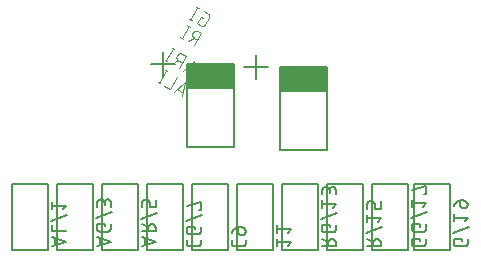
<source format=gbo>
G04 EAGLE Gerber RS-274X export*
G75*
%MOMM*%
%FSLAX34Y34*%
%LPD*%
%INBottom Silkscreen*%
%IPPOS*%
%AMOC8*
5,1,8,0,0,1.08239X$1,22.5*%
G01*
%ADD10C,0.152400*%
%ADD11C,0.127000*%
%ADD12C,0.101600*%
%ADD13R,4.000000X2.000000*%


D10*
X0Y43180D02*
X30480Y43180D01*
X30480Y-12700D01*
X0Y-12700D01*
X0Y43180D01*
D11*
X33655Y-9525D02*
X45085Y-5715D01*
X33655Y-1905D01*
X36513Y-2858D02*
X36513Y-8573D01*
X33655Y2946D02*
X45085Y2946D01*
X33655Y2946D02*
X33655Y8026D01*
X32385Y11938D02*
X46355Y17018D01*
X42545Y21590D02*
X45085Y24765D01*
X33655Y24765D01*
X33655Y21590D02*
X33655Y27940D01*
D10*
X38100Y43180D02*
X68580Y43180D01*
X68580Y-12700D01*
X38100Y-12700D01*
X38100Y43180D01*
D11*
X71755Y-9525D02*
X83185Y-5715D01*
X71755Y-1905D01*
X74613Y-2858D02*
X74613Y-8573D01*
X78105Y7366D02*
X78105Y9271D01*
X71755Y9271D01*
X71755Y5461D01*
X71757Y5361D01*
X71763Y5262D01*
X71773Y5162D01*
X71786Y5064D01*
X71804Y4965D01*
X71825Y4868D01*
X71850Y4772D01*
X71879Y4676D01*
X71912Y4582D01*
X71948Y4489D01*
X71988Y4398D01*
X72032Y4308D01*
X72079Y4220D01*
X72129Y4134D01*
X72183Y4050D01*
X72240Y3968D01*
X72300Y3889D01*
X72364Y3811D01*
X72430Y3737D01*
X72499Y3665D01*
X72571Y3596D01*
X72645Y3530D01*
X72723Y3466D01*
X72802Y3406D01*
X72884Y3349D01*
X72968Y3295D01*
X73054Y3245D01*
X73142Y3198D01*
X73232Y3154D01*
X73323Y3114D01*
X73416Y3078D01*
X73510Y3045D01*
X73606Y3016D01*
X73702Y2991D01*
X73799Y2970D01*
X73898Y2952D01*
X73996Y2939D01*
X74096Y2929D01*
X74195Y2923D01*
X74295Y2921D01*
X80645Y2921D01*
X80745Y2923D01*
X80844Y2929D01*
X80944Y2939D01*
X81042Y2952D01*
X81141Y2970D01*
X81238Y2991D01*
X81334Y3016D01*
X81430Y3045D01*
X81524Y3078D01*
X81617Y3114D01*
X81708Y3154D01*
X81798Y3198D01*
X81886Y3245D01*
X81972Y3295D01*
X82056Y3349D01*
X82138Y3406D01*
X82217Y3466D01*
X82295Y3530D01*
X82369Y3596D01*
X82441Y3665D01*
X82510Y3737D01*
X82576Y3811D01*
X82640Y3889D01*
X82700Y3968D01*
X82757Y4050D01*
X82811Y4134D01*
X82861Y4220D01*
X82908Y4308D01*
X82952Y4398D01*
X82992Y4489D01*
X83028Y4582D01*
X83061Y4676D01*
X83090Y4772D01*
X83115Y4868D01*
X83136Y4965D01*
X83154Y5064D01*
X83167Y5162D01*
X83177Y5262D01*
X83183Y5361D01*
X83185Y5461D01*
X83185Y9271D01*
X84455Y19304D02*
X70485Y14224D01*
X71755Y23876D02*
X71755Y27051D01*
X71757Y27162D01*
X71763Y27272D01*
X71772Y27383D01*
X71786Y27493D01*
X71803Y27602D01*
X71824Y27711D01*
X71849Y27819D01*
X71878Y27926D01*
X71910Y28032D01*
X71946Y28137D01*
X71986Y28240D01*
X72029Y28342D01*
X72076Y28443D01*
X72127Y28542D01*
X72180Y28638D01*
X72237Y28733D01*
X72298Y28826D01*
X72361Y28917D01*
X72428Y29006D01*
X72498Y29092D01*
X72571Y29175D01*
X72646Y29257D01*
X72724Y29335D01*
X72806Y29410D01*
X72889Y29483D01*
X72975Y29553D01*
X73064Y29620D01*
X73155Y29683D01*
X73248Y29744D01*
X73343Y29801D01*
X73439Y29854D01*
X73538Y29905D01*
X73639Y29952D01*
X73741Y29995D01*
X73844Y30035D01*
X73949Y30071D01*
X74055Y30103D01*
X74162Y30132D01*
X74270Y30157D01*
X74379Y30178D01*
X74488Y30195D01*
X74598Y30209D01*
X74709Y30218D01*
X74819Y30224D01*
X74930Y30226D01*
X75041Y30224D01*
X75151Y30218D01*
X75262Y30209D01*
X75372Y30195D01*
X75481Y30178D01*
X75590Y30157D01*
X75698Y30132D01*
X75805Y30103D01*
X75911Y30071D01*
X76016Y30035D01*
X76119Y29995D01*
X76221Y29952D01*
X76322Y29905D01*
X76421Y29854D01*
X76518Y29801D01*
X76612Y29744D01*
X76705Y29683D01*
X76796Y29620D01*
X76885Y29553D01*
X76971Y29483D01*
X77054Y29410D01*
X77136Y29335D01*
X77214Y29257D01*
X77289Y29175D01*
X77362Y29092D01*
X77432Y29006D01*
X77499Y28917D01*
X77562Y28826D01*
X77623Y28733D01*
X77680Y28639D01*
X77733Y28542D01*
X77784Y28443D01*
X77831Y28342D01*
X77874Y28240D01*
X77914Y28137D01*
X77950Y28032D01*
X77982Y27926D01*
X78011Y27819D01*
X78036Y27711D01*
X78057Y27602D01*
X78074Y27493D01*
X78088Y27383D01*
X78097Y27272D01*
X78103Y27162D01*
X78105Y27051D01*
X83185Y27686D02*
X83185Y23876D01*
X83185Y27686D02*
X83183Y27786D01*
X83177Y27885D01*
X83167Y27985D01*
X83154Y28083D01*
X83136Y28182D01*
X83115Y28279D01*
X83090Y28375D01*
X83061Y28471D01*
X83028Y28565D01*
X82992Y28658D01*
X82952Y28749D01*
X82908Y28839D01*
X82861Y28927D01*
X82811Y29013D01*
X82757Y29097D01*
X82700Y29179D01*
X82640Y29258D01*
X82576Y29336D01*
X82510Y29410D01*
X82441Y29482D01*
X82369Y29551D01*
X82295Y29617D01*
X82217Y29681D01*
X82138Y29741D01*
X82056Y29798D01*
X81972Y29852D01*
X81886Y29902D01*
X81798Y29949D01*
X81708Y29993D01*
X81617Y30033D01*
X81524Y30069D01*
X81430Y30102D01*
X81334Y30131D01*
X81238Y30156D01*
X81141Y30177D01*
X81042Y30195D01*
X80944Y30208D01*
X80844Y30218D01*
X80745Y30224D01*
X80645Y30226D01*
X80545Y30224D01*
X80446Y30218D01*
X80346Y30208D01*
X80248Y30195D01*
X80149Y30177D01*
X80052Y30156D01*
X79956Y30131D01*
X79860Y30102D01*
X79766Y30069D01*
X79673Y30033D01*
X79582Y29993D01*
X79492Y29949D01*
X79404Y29902D01*
X79318Y29852D01*
X79234Y29798D01*
X79152Y29741D01*
X79073Y29681D01*
X78995Y29617D01*
X78921Y29551D01*
X78849Y29482D01*
X78780Y29410D01*
X78714Y29336D01*
X78650Y29258D01*
X78590Y29179D01*
X78533Y29097D01*
X78479Y29013D01*
X78429Y28927D01*
X78382Y28839D01*
X78338Y28749D01*
X78298Y28658D01*
X78262Y28565D01*
X78229Y28471D01*
X78200Y28375D01*
X78175Y28279D01*
X78154Y28182D01*
X78136Y28083D01*
X78123Y27985D01*
X78113Y27885D01*
X78107Y27786D01*
X78105Y27686D01*
X78105Y25146D01*
D10*
X76200Y43180D02*
X106680Y43180D01*
X106680Y-12700D01*
X76200Y-12700D01*
X76200Y43180D01*
D11*
X109855Y-9525D02*
X121285Y-5715D01*
X109855Y-1905D01*
X112713Y-2858D02*
X112713Y-8573D01*
X109855Y3004D02*
X121285Y3004D01*
X121285Y6179D01*
X121283Y6290D01*
X121277Y6400D01*
X121268Y6511D01*
X121254Y6621D01*
X121237Y6730D01*
X121216Y6839D01*
X121191Y6947D01*
X121162Y7054D01*
X121130Y7160D01*
X121094Y7265D01*
X121054Y7368D01*
X121011Y7470D01*
X120964Y7571D01*
X120913Y7670D01*
X120860Y7767D01*
X120803Y7861D01*
X120742Y7954D01*
X120679Y8045D01*
X120612Y8134D01*
X120542Y8220D01*
X120469Y8303D01*
X120394Y8385D01*
X120316Y8463D01*
X120234Y8538D01*
X120151Y8611D01*
X120065Y8681D01*
X119976Y8748D01*
X119885Y8811D01*
X119792Y8872D01*
X119698Y8929D01*
X119601Y8982D01*
X119502Y9033D01*
X119401Y9080D01*
X119299Y9123D01*
X119196Y9163D01*
X119091Y9199D01*
X118985Y9231D01*
X118878Y9260D01*
X118770Y9285D01*
X118661Y9306D01*
X118552Y9323D01*
X118442Y9337D01*
X118331Y9346D01*
X118221Y9352D01*
X118110Y9354D01*
X117999Y9352D01*
X117889Y9346D01*
X117778Y9337D01*
X117668Y9323D01*
X117559Y9306D01*
X117450Y9285D01*
X117342Y9260D01*
X117235Y9231D01*
X117129Y9199D01*
X117024Y9163D01*
X116921Y9123D01*
X116819Y9080D01*
X116718Y9033D01*
X116619Y8982D01*
X116523Y8929D01*
X116428Y8872D01*
X116335Y8811D01*
X116244Y8748D01*
X116155Y8681D01*
X116069Y8611D01*
X115986Y8538D01*
X115904Y8463D01*
X115826Y8385D01*
X115751Y8303D01*
X115678Y8220D01*
X115608Y8134D01*
X115541Y8045D01*
X115478Y7954D01*
X115417Y7861D01*
X115360Y7766D01*
X115307Y7670D01*
X115256Y7571D01*
X115209Y7470D01*
X115166Y7368D01*
X115126Y7265D01*
X115090Y7160D01*
X115058Y7054D01*
X115029Y6947D01*
X115004Y6839D01*
X114983Y6730D01*
X114966Y6621D01*
X114952Y6511D01*
X114943Y6400D01*
X114937Y6290D01*
X114935Y6179D01*
X114935Y3004D01*
X114935Y6814D02*
X109855Y9354D01*
X108585Y13843D02*
X122555Y18923D01*
X109855Y23495D02*
X109855Y27305D01*
X109857Y27405D01*
X109863Y27504D01*
X109873Y27604D01*
X109886Y27702D01*
X109904Y27801D01*
X109925Y27898D01*
X109950Y27994D01*
X109979Y28090D01*
X110012Y28184D01*
X110048Y28277D01*
X110088Y28368D01*
X110132Y28458D01*
X110179Y28546D01*
X110229Y28632D01*
X110283Y28716D01*
X110340Y28798D01*
X110400Y28877D01*
X110464Y28955D01*
X110530Y29029D01*
X110599Y29101D01*
X110671Y29170D01*
X110745Y29236D01*
X110823Y29300D01*
X110902Y29360D01*
X110984Y29417D01*
X111068Y29471D01*
X111154Y29521D01*
X111242Y29568D01*
X111332Y29612D01*
X111423Y29652D01*
X111516Y29688D01*
X111610Y29721D01*
X111706Y29750D01*
X111802Y29775D01*
X111899Y29796D01*
X111998Y29814D01*
X112096Y29827D01*
X112196Y29837D01*
X112295Y29843D01*
X112395Y29845D01*
X113665Y29845D01*
X113765Y29843D01*
X113864Y29837D01*
X113964Y29827D01*
X114062Y29814D01*
X114161Y29796D01*
X114258Y29775D01*
X114354Y29750D01*
X114450Y29721D01*
X114544Y29688D01*
X114637Y29652D01*
X114728Y29612D01*
X114818Y29568D01*
X114906Y29521D01*
X114992Y29471D01*
X115076Y29417D01*
X115158Y29360D01*
X115237Y29300D01*
X115315Y29236D01*
X115389Y29170D01*
X115461Y29101D01*
X115530Y29029D01*
X115596Y28955D01*
X115660Y28877D01*
X115720Y28798D01*
X115777Y28716D01*
X115831Y28632D01*
X115881Y28546D01*
X115928Y28458D01*
X115972Y28368D01*
X116012Y28277D01*
X116048Y28184D01*
X116081Y28090D01*
X116110Y27994D01*
X116135Y27898D01*
X116156Y27801D01*
X116174Y27702D01*
X116187Y27604D01*
X116197Y27504D01*
X116203Y27405D01*
X116205Y27305D01*
X116205Y23495D01*
X121285Y23495D01*
X121285Y29845D01*
D10*
X114300Y43180D02*
X144780Y43180D01*
X144780Y-12700D01*
X114300Y-12700D01*
X114300Y43180D01*
D11*
X147955Y-4445D02*
X147955Y-6985D01*
X147957Y-7085D01*
X147963Y-7184D01*
X147973Y-7284D01*
X147986Y-7382D01*
X148004Y-7481D01*
X148025Y-7578D01*
X148050Y-7674D01*
X148079Y-7770D01*
X148112Y-7864D01*
X148148Y-7957D01*
X148188Y-8048D01*
X148232Y-8138D01*
X148279Y-8226D01*
X148329Y-8312D01*
X148383Y-8396D01*
X148440Y-8478D01*
X148500Y-8557D01*
X148564Y-8635D01*
X148630Y-8709D01*
X148699Y-8781D01*
X148771Y-8850D01*
X148845Y-8916D01*
X148923Y-8980D01*
X149002Y-9040D01*
X149084Y-9097D01*
X149168Y-9151D01*
X149254Y-9201D01*
X149342Y-9248D01*
X149432Y-9292D01*
X149523Y-9332D01*
X149616Y-9368D01*
X149710Y-9401D01*
X149806Y-9430D01*
X149902Y-9455D01*
X149999Y-9476D01*
X150098Y-9494D01*
X150196Y-9507D01*
X150296Y-9517D01*
X150395Y-9523D01*
X150495Y-9525D01*
X156845Y-9525D01*
X156945Y-9523D01*
X157044Y-9517D01*
X157144Y-9507D01*
X157242Y-9494D01*
X157341Y-9476D01*
X157438Y-9455D01*
X157534Y-9430D01*
X157630Y-9401D01*
X157724Y-9368D01*
X157817Y-9332D01*
X157908Y-9292D01*
X157998Y-9248D01*
X158086Y-9201D01*
X158172Y-9151D01*
X158256Y-9097D01*
X158338Y-9040D01*
X158417Y-8980D01*
X158495Y-8916D01*
X158569Y-8850D01*
X158641Y-8781D01*
X158710Y-8709D01*
X158776Y-8635D01*
X158840Y-8557D01*
X158900Y-8478D01*
X158957Y-8396D01*
X159011Y-8312D01*
X159061Y-8226D01*
X159108Y-8138D01*
X159152Y-8048D01*
X159192Y-7957D01*
X159228Y-7864D01*
X159261Y-7770D01*
X159290Y-7674D01*
X159315Y-7578D01*
X159336Y-7481D01*
X159354Y-7382D01*
X159367Y-7284D01*
X159377Y-7184D01*
X159383Y-7085D01*
X159385Y-6985D01*
X159385Y-4445D01*
X154305Y4863D02*
X154305Y6768D01*
X147955Y6768D01*
X147955Y2958D01*
X147957Y2858D01*
X147963Y2759D01*
X147973Y2659D01*
X147986Y2561D01*
X148004Y2462D01*
X148025Y2365D01*
X148050Y2269D01*
X148079Y2173D01*
X148112Y2079D01*
X148148Y1986D01*
X148188Y1895D01*
X148232Y1805D01*
X148279Y1717D01*
X148329Y1631D01*
X148383Y1547D01*
X148440Y1465D01*
X148500Y1386D01*
X148564Y1308D01*
X148630Y1234D01*
X148699Y1162D01*
X148771Y1093D01*
X148845Y1027D01*
X148923Y963D01*
X149002Y903D01*
X149084Y846D01*
X149168Y792D01*
X149254Y742D01*
X149342Y695D01*
X149432Y651D01*
X149523Y611D01*
X149616Y575D01*
X149710Y542D01*
X149806Y513D01*
X149902Y488D01*
X149999Y467D01*
X150098Y449D01*
X150196Y436D01*
X150296Y426D01*
X150395Y420D01*
X150495Y418D01*
X156845Y418D01*
X156945Y420D01*
X157044Y426D01*
X157144Y436D01*
X157242Y449D01*
X157341Y467D01*
X157438Y488D01*
X157534Y513D01*
X157630Y542D01*
X157724Y575D01*
X157817Y611D01*
X157908Y651D01*
X157998Y695D01*
X158086Y742D01*
X158172Y792D01*
X158256Y846D01*
X158338Y903D01*
X158417Y963D01*
X158495Y1027D01*
X158569Y1093D01*
X158641Y1162D01*
X158710Y1234D01*
X158776Y1308D01*
X158840Y1386D01*
X158900Y1465D01*
X158957Y1547D01*
X159011Y1631D01*
X159061Y1717D01*
X159108Y1805D01*
X159152Y1895D01*
X159192Y1986D01*
X159228Y2079D01*
X159261Y2173D01*
X159290Y2269D01*
X159315Y2365D01*
X159336Y2462D01*
X159354Y2561D01*
X159367Y2659D01*
X159377Y2759D01*
X159383Y2858D01*
X159385Y2958D01*
X159385Y6768D01*
X160655Y16801D02*
X146685Y11721D01*
X158115Y21373D02*
X159385Y21373D01*
X159385Y27723D01*
X147955Y24548D01*
D10*
X152400Y43180D02*
X182880Y43180D01*
X182880Y-12700D01*
X152400Y-12700D01*
X152400Y43180D01*
D11*
X186055Y-4445D02*
X186055Y-6985D01*
X186057Y-7085D01*
X186063Y-7184D01*
X186073Y-7284D01*
X186086Y-7382D01*
X186104Y-7481D01*
X186125Y-7578D01*
X186150Y-7674D01*
X186179Y-7770D01*
X186212Y-7864D01*
X186248Y-7957D01*
X186288Y-8048D01*
X186332Y-8138D01*
X186379Y-8226D01*
X186429Y-8312D01*
X186483Y-8396D01*
X186540Y-8478D01*
X186600Y-8557D01*
X186664Y-8635D01*
X186730Y-8709D01*
X186799Y-8781D01*
X186871Y-8850D01*
X186945Y-8916D01*
X187023Y-8980D01*
X187102Y-9040D01*
X187184Y-9097D01*
X187268Y-9151D01*
X187354Y-9201D01*
X187442Y-9248D01*
X187532Y-9292D01*
X187623Y-9332D01*
X187716Y-9368D01*
X187810Y-9401D01*
X187906Y-9430D01*
X188002Y-9455D01*
X188099Y-9476D01*
X188198Y-9494D01*
X188296Y-9507D01*
X188396Y-9517D01*
X188495Y-9523D01*
X188595Y-9525D01*
X194945Y-9525D01*
X195045Y-9523D01*
X195144Y-9517D01*
X195244Y-9507D01*
X195342Y-9494D01*
X195441Y-9476D01*
X195538Y-9455D01*
X195634Y-9430D01*
X195730Y-9401D01*
X195824Y-9368D01*
X195917Y-9332D01*
X196008Y-9292D01*
X196098Y-9248D01*
X196186Y-9201D01*
X196272Y-9151D01*
X196356Y-9097D01*
X196438Y-9040D01*
X196517Y-8980D01*
X196595Y-8916D01*
X196669Y-8850D01*
X196741Y-8781D01*
X196810Y-8709D01*
X196876Y-8635D01*
X196940Y-8557D01*
X197000Y-8478D01*
X197057Y-8396D01*
X197111Y-8312D01*
X197161Y-8226D01*
X197208Y-8138D01*
X197252Y-8048D01*
X197292Y-7957D01*
X197328Y-7864D01*
X197361Y-7770D01*
X197390Y-7674D01*
X197415Y-7578D01*
X197436Y-7481D01*
X197454Y-7382D01*
X197467Y-7284D01*
X197477Y-7184D01*
X197483Y-7085D01*
X197485Y-6985D01*
X197485Y-4445D01*
X191135Y2577D02*
X191135Y6387D01*
X191135Y2577D02*
X191137Y2477D01*
X191143Y2378D01*
X191153Y2278D01*
X191166Y2180D01*
X191184Y2081D01*
X191205Y1984D01*
X191230Y1888D01*
X191259Y1792D01*
X191292Y1698D01*
X191328Y1605D01*
X191368Y1514D01*
X191412Y1424D01*
X191459Y1336D01*
X191509Y1250D01*
X191563Y1166D01*
X191620Y1084D01*
X191680Y1005D01*
X191744Y927D01*
X191810Y853D01*
X191879Y781D01*
X191951Y712D01*
X192025Y646D01*
X192103Y582D01*
X192182Y522D01*
X192264Y465D01*
X192348Y411D01*
X192434Y361D01*
X192522Y314D01*
X192612Y270D01*
X192703Y230D01*
X192796Y194D01*
X192890Y161D01*
X192986Y132D01*
X193082Y107D01*
X193179Y86D01*
X193278Y68D01*
X193376Y55D01*
X193476Y45D01*
X193575Y39D01*
X193675Y37D01*
X194310Y37D01*
X194421Y39D01*
X194531Y45D01*
X194642Y54D01*
X194752Y68D01*
X194861Y85D01*
X194970Y106D01*
X195078Y131D01*
X195185Y160D01*
X195291Y192D01*
X195396Y228D01*
X195499Y268D01*
X195601Y311D01*
X195702Y358D01*
X195801Y409D01*
X195897Y462D01*
X195992Y519D01*
X196085Y580D01*
X196176Y643D01*
X196265Y710D01*
X196351Y780D01*
X196434Y853D01*
X196516Y928D01*
X196594Y1006D01*
X196669Y1088D01*
X196742Y1171D01*
X196812Y1257D01*
X196879Y1346D01*
X196942Y1437D01*
X197003Y1530D01*
X197060Y1624D01*
X197113Y1721D01*
X197164Y1820D01*
X197211Y1921D01*
X197254Y2023D01*
X197294Y2126D01*
X197330Y2231D01*
X197362Y2337D01*
X197391Y2444D01*
X197416Y2552D01*
X197437Y2661D01*
X197454Y2770D01*
X197468Y2880D01*
X197477Y2991D01*
X197483Y3101D01*
X197485Y3212D01*
X197483Y3323D01*
X197477Y3433D01*
X197468Y3544D01*
X197454Y3654D01*
X197437Y3763D01*
X197416Y3872D01*
X197391Y3980D01*
X197362Y4087D01*
X197330Y4193D01*
X197294Y4298D01*
X197254Y4401D01*
X197211Y4503D01*
X197164Y4604D01*
X197113Y4703D01*
X197060Y4799D01*
X197003Y4894D01*
X196942Y4987D01*
X196879Y5078D01*
X196812Y5167D01*
X196742Y5253D01*
X196669Y5336D01*
X196594Y5418D01*
X196516Y5496D01*
X196434Y5571D01*
X196351Y5644D01*
X196265Y5714D01*
X196176Y5781D01*
X196085Y5844D01*
X195992Y5905D01*
X195898Y5962D01*
X195801Y6015D01*
X195702Y6066D01*
X195601Y6113D01*
X195499Y6156D01*
X195396Y6196D01*
X195291Y6232D01*
X195185Y6264D01*
X195078Y6293D01*
X194970Y6318D01*
X194861Y6339D01*
X194752Y6356D01*
X194642Y6370D01*
X194531Y6379D01*
X194421Y6385D01*
X194310Y6387D01*
X191135Y6387D01*
X190995Y6385D01*
X190855Y6379D01*
X190715Y6370D01*
X190576Y6356D01*
X190437Y6339D01*
X190299Y6318D01*
X190161Y6293D01*
X190024Y6264D01*
X189888Y6232D01*
X189753Y6195D01*
X189619Y6155D01*
X189486Y6112D01*
X189354Y6064D01*
X189223Y6014D01*
X189094Y5959D01*
X188967Y5901D01*
X188841Y5840D01*
X188717Y5775D01*
X188595Y5706D01*
X188475Y5635D01*
X188357Y5560D01*
X188240Y5482D01*
X188126Y5400D01*
X188015Y5316D01*
X187906Y5228D01*
X187799Y5138D01*
X187694Y5044D01*
X187593Y4948D01*
X187494Y4849D01*
X187398Y4748D01*
X187304Y4643D01*
X187214Y4536D01*
X187126Y4427D01*
X187042Y4316D01*
X186960Y4202D01*
X186882Y4085D01*
X186807Y3967D01*
X186736Y3847D01*
X186667Y3725D01*
X186602Y3601D01*
X186541Y3475D01*
X186483Y3348D01*
X186428Y3219D01*
X186378Y3088D01*
X186330Y2956D01*
X186287Y2823D01*
X186247Y2689D01*
X186210Y2554D01*
X186178Y2418D01*
X186149Y2281D01*
X186124Y2143D01*
X186103Y2005D01*
X186086Y1866D01*
X186072Y1727D01*
X186063Y1587D01*
X186057Y1447D01*
X186055Y1307D01*
D10*
X190500Y43180D02*
X220980Y43180D01*
X220980Y-12700D01*
X190500Y-12700D01*
X190500Y43180D01*
D11*
X235585Y-6350D02*
X233045Y-9525D01*
X235585Y-6350D02*
X224155Y-6350D01*
X224155Y-9525D02*
X224155Y-3175D01*
X233045Y1905D02*
X235585Y5080D01*
X224155Y5080D01*
X224155Y1905D02*
X224155Y8255D01*
D10*
X228600Y43180D02*
X259080Y43180D01*
X259080Y-12700D01*
X228600Y-12700D01*
X228600Y43180D01*
D11*
X262255Y-9525D02*
X273685Y-9525D01*
X273685Y-6350D01*
X273683Y-6239D01*
X273677Y-6129D01*
X273668Y-6018D01*
X273654Y-5908D01*
X273637Y-5799D01*
X273616Y-5690D01*
X273591Y-5582D01*
X273562Y-5475D01*
X273530Y-5369D01*
X273494Y-5264D01*
X273454Y-5161D01*
X273411Y-5059D01*
X273364Y-4958D01*
X273313Y-4859D01*
X273260Y-4763D01*
X273203Y-4668D01*
X273142Y-4575D01*
X273079Y-4484D01*
X273012Y-4395D01*
X272942Y-4309D01*
X272869Y-4226D01*
X272794Y-4144D01*
X272716Y-4066D01*
X272634Y-3991D01*
X272551Y-3918D01*
X272465Y-3848D01*
X272376Y-3781D01*
X272285Y-3718D01*
X272192Y-3657D01*
X272098Y-3600D01*
X272001Y-3547D01*
X271902Y-3496D01*
X271801Y-3449D01*
X271699Y-3406D01*
X271596Y-3366D01*
X271491Y-3330D01*
X271385Y-3298D01*
X271278Y-3269D01*
X271170Y-3244D01*
X271061Y-3223D01*
X270952Y-3206D01*
X270842Y-3192D01*
X270731Y-3183D01*
X270621Y-3177D01*
X270510Y-3175D01*
X270399Y-3177D01*
X270289Y-3183D01*
X270178Y-3192D01*
X270068Y-3206D01*
X269959Y-3223D01*
X269850Y-3244D01*
X269742Y-3269D01*
X269635Y-3298D01*
X269529Y-3330D01*
X269424Y-3366D01*
X269321Y-3406D01*
X269219Y-3449D01*
X269118Y-3496D01*
X269019Y-3547D01*
X268923Y-3600D01*
X268828Y-3657D01*
X268735Y-3718D01*
X268644Y-3781D01*
X268555Y-3848D01*
X268469Y-3918D01*
X268386Y-3991D01*
X268304Y-4066D01*
X268226Y-4144D01*
X268151Y-4226D01*
X268078Y-4309D01*
X268008Y-4395D01*
X267941Y-4484D01*
X267878Y-4575D01*
X267817Y-4668D01*
X267760Y-4763D01*
X267707Y-4859D01*
X267656Y-4958D01*
X267609Y-5059D01*
X267566Y-5161D01*
X267526Y-5264D01*
X267490Y-5369D01*
X267458Y-5475D01*
X267429Y-5582D01*
X267404Y-5690D01*
X267383Y-5799D01*
X267366Y-5908D01*
X267352Y-6018D01*
X267343Y-6129D01*
X267337Y-6239D01*
X267335Y-6350D01*
X267335Y-9525D01*
X267335Y-5715D02*
X262255Y-3175D01*
X268605Y6648D02*
X268605Y8553D01*
X262255Y8553D01*
X262255Y4743D01*
X262257Y4643D01*
X262263Y4544D01*
X262273Y4444D01*
X262286Y4346D01*
X262304Y4247D01*
X262325Y4150D01*
X262350Y4054D01*
X262379Y3958D01*
X262412Y3864D01*
X262448Y3771D01*
X262488Y3680D01*
X262532Y3590D01*
X262579Y3502D01*
X262629Y3416D01*
X262683Y3332D01*
X262740Y3250D01*
X262800Y3171D01*
X262864Y3093D01*
X262930Y3019D01*
X262999Y2947D01*
X263071Y2878D01*
X263145Y2812D01*
X263223Y2748D01*
X263302Y2688D01*
X263384Y2631D01*
X263468Y2577D01*
X263554Y2527D01*
X263642Y2480D01*
X263732Y2436D01*
X263823Y2396D01*
X263916Y2360D01*
X264010Y2327D01*
X264106Y2298D01*
X264202Y2273D01*
X264299Y2252D01*
X264398Y2234D01*
X264496Y2221D01*
X264596Y2211D01*
X264695Y2205D01*
X264795Y2203D01*
X271145Y2203D01*
X271245Y2205D01*
X271344Y2211D01*
X271444Y2221D01*
X271542Y2234D01*
X271641Y2252D01*
X271738Y2273D01*
X271834Y2298D01*
X271930Y2327D01*
X272024Y2360D01*
X272117Y2396D01*
X272208Y2436D01*
X272298Y2480D01*
X272386Y2527D01*
X272472Y2577D01*
X272556Y2631D01*
X272638Y2688D01*
X272717Y2748D01*
X272795Y2812D01*
X272869Y2878D01*
X272941Y2947D01*
X273010Y3019D01*
X273076Y3093D01*
X273140Y3171D01*
X273200Y3250D01*
X273257Y3332D01*
X273311Y3416D01*
X273361Y3502D01*
X273408Y3590D01*
X273452Y3680D01*
X273492Y3771D01*
X273528Y3864D01*
X273561Y3958D01*
X273590Y4054D01*
X273615Y4150D01*
X273636Y4247D01*
X273654Y4346D01*
X273667Y4444D01*
X273677Y4544D01*
X273683Y4643D01*
X273685Y4743D01*
X273685Y8553D01*
X274955Y18586D02*
X260985Y13506D01*
X271145Y23158D02*
X273685Y26333D01*
X262255Y26333D01*
X262255Y23158D02*
X262255Y29508D01*
X262255Y34588D02*
X262255Y37763D01*
X262257Y37874D01*
X262263Y37984D01*
X262272Y38095D01*
X262286Y38205D01*
X262303Y38314D01*
X262324Y38423D01*
X262349Y38531D01*
X262378Y38638D01*
X262410Y38744D01*
X262446Y38849D01*
X262486Y38952D01*
X262529Y39054D01*
X262576Y39155D01*
X262627Y39254D01*
X262680Y39350D01*
X262737Y39445D01*
X262798Y39538D01*
X262861Y39629D01*
X262928Y39718D01*
X262998Y39804D01*
X263071Y39887D01*
X263146Y39969D01*
X263224Y40047D01*
X263306Y40122D01*
X263389Y40195D01*
X263475Y40265D01*
X263564Y40332D01*
X263655Y40395D01*
X263748Y40456D01*
X263843Y40513D01*
X263939Y40566D01*
X264038Y40617D01*
X264139Y40664D01*
X264241Y40707D01*
X264344Y40747D01*
X264449Y40783D01*
X264555Y40815D01*
X264662Y40844D01*
X264770Y40869D01*
X264879Y40890D01*
X264988Y40907D01*
X265098Y40921D01*
X265209Y40930D01*
X265319Y40936D01*
X265430Y40938D01*
X265541Y40936D01*
X265651Y40930D01*
X265762Y40921D01*
X265872Y40907D01*
X265981Y40890D01*
X266090Y40869D01*
X266198Y40844D01*
X266305Y40815D01*
X266411Y40783D01*
X266516Y40747D01*
X266619Y40707D01*
X266721Y40664D01*
X266822Y40617D01*
X266921Y40566D01*
X267018Y40513D01*
X267112Y40456D01*
X267205Y40395D01*
X267296Y40332D01*
X267385Y40265D01*
X267471Y40195D01*
X267554Y40122D01*
X267636Y40047D01*
X267714Y39969D01*
X267789Y39887D01*
X267862Y39804D01*
X267932Y39718D01*
X267999Y39629D01*
X268062Y39538D01*
X268123Y39445D01*
X268180Y39351D01*
X268233Y39254D01*
X268284Y39155D01*
X268331Y39054D01*
X268374Y38952D01*
X268414Y38849D01*
X268450Y38744D01*
X268482Y38638D01*
X268511Y38531D01*
X268536Y38423D01*
X268557Y38314D01*
X268574Y38205D01*
X268588Y38095D01*
X268597Y37984D01*
X268603Y37874D01*
X268605Y37763D01*
X273685Y38398D02*
X273685Y34588D01*
X273685Y38398D02*
X273683Y38498D01*
X273677Y38597D01*
X273667Y38697D01*
X273654Y38795D01*
X273636Y38894D01*
X273615Y38991D01*
X273590Y39087D01*
X273561Y39183D01*
X273528Y39277D01*
X273492Y39370D01*
X273452Y39461D01*
X273408Y39551D01*
X273361Y39639D01*
X273311Y39725D01*
X273257Y39809D01*
X273200Y39891D01*
X273140Y39970D01*
X273076Y40048D01*
X273010Y40122D01*
X272941Y40194D01*
X272869Y40263D01*
X272795Y40329D01*
X272717Y40393D01*
X272638Y40453D01*
X272556Y40510D01*
X272472Y40564D01*
X272386Y40614D01*
X272298Y40661D01*
X272208Y40705D01*
X272117Y40745D01*
X272024Y40781D01*
X271930Y40814D01*
X271834Y40843D01*
X271738Y40868D01*
X271641Y40889D01*
X271542Y40907D01*
X271444Y40920D01*
X271344Y40930D01*
X271245Y40936D01*
X271145Y40938D01*
X271045Y40936D01*
X270946Y40930D01*
X270846Y40920D01*
X270748Y40907D01*
X270649Y40889D01*
X270552Y40868D01*
X270456Y40843D01*
X270360Y40814D01*
X270266Y40781D01*
X270173Y40745D01*
X270082Y40705D01*
X269992Y40661D01*
X269904Y40614D01*
X269818Y40564D01*
X269734Y40510D01*
X269652Y40453D01*
X269573Y40393D01*
X269495Y40329D01*
X269421Y40263D01*
X269349Y40194D01*
X269280Y40122D01*
X269214Y40048D01*
X269150Y39970D01*
X269090Y39891D01*
X269033Y39809D01*
X268979Y39725D01*
X268929Y39639D01*
X268882Y39551D01*
X268838Y39461D01*
X268798Y39370D01*
X268762Y39277D01*
X268729Y39183D01*
X268700Y39087D01*
X268675Y38991D01*
X268654Y38894D01*
X268636Y38795D01*
X268623Y38697D01*
X268613Y38597D01*
X268607Y38498D01*
X268605Y38398D01*
X268605Y35858D01*
D10*
X266700Y43180D02*
X297180Y43180D01*
X297180Y-12700D01*
X266700Y-12700D01*
X266700Y43180D01*
D11*
X300355Y-9525D02*
X311785Y-9525D01*
X311785Y-6350D01*
X311783Y-6239D01*
X311777Y-6129D01*
X311768Y-6018D01*
X311754Y-5908D01*
X311737Y-5799D01*
X311716Y-5690D01*
X311691Y-5582D01*
X311662Y-5475D01*
X311630Y-5369D01*
X311594Y-5264D01*
X311554Y-5161D01*
X311511Y-5059D01*
X311464Y-4958D01*
X311413Y-4859D01*
X311360Y-4763D01*
X311303Y-4668D01*
X311242Y-4575D01*
X311179Y-4484D01*
X311112Y-4395D01*
X311042Y-4309D01*
X310969Y-4226D01*
X310894Y-4144D01*
X310816Y-4066D01*
X310734Y-3991D01*
X310651Y-3918D01*
X310565Y-3848D01*
X310476Y-3781D01*
X310385Y-3718D01*
X310292Y-3657D01*
X310198Y-3600D01*
X310101Y-3547D01*
X310002Y-3496D01*
X309901Y-3449D01*
X309799Y-3406D01*
X309696Y-3366D01*
X309591Y-3330D01*
X309485Y-3298D01*
X309378Y-3269D01*
X309270Y-3244D01*
X309161Y-3223D01*
X309052Y-3206D01*
X308942Y-3192D01*
X308831Y-3183D01*
X308721Y-3177D01*
X308610Y-3175D01*
X308499Y-3177D01*
X308389Y-3183D01*
X308278Y-3192D01*
X308168Y-3206D01*
X308059Y-3223D01*
X307950Y-3244D01*
X307842Y-3269D01*
X307735Y-3298D01*
X307629Y-3330D01*
X307524Y-3366D01*
X307421Y-3406D01*
X307319Y-3449D01*
X307218Y-3496D01*
X307119Y-3547D01*
X307023Y-3600D01*
X306928Y-3657D01*
X306835Y-3718D01*
X306744Y-3781D01*
X306655Y-3848D01*
X306569Y-3918D01*
X306486Y-3991D01*
X306404Y-4066D01*
X306326Y-4144D01*
X306251Y-4226D01*
X306178Y-4309D01*
X306108Y-4395D01*
X306041Y-4484D01*
X305978Y-4575D01*
X305917Y-4668D01*
X305860Y-4763D01*
X305807Y-4859D01*
X305756Y-4958D01*
X305709Y-5059D01*
X305666Y-5161D01*
X305626Y-5264D01*
X305590Y-5369D01*
X305558Y-5475D01*
X305529Y-5582D01*
X305504Y-5690D01*
X305483Y-5799D01*
X305466Y-5908D01*
X305452Y-6018D01*
X305443Y-6129D01*
X305437Y-6239D01*
X305435Y-6350D01*
X305435Y-9525D01*
X305435Y-5715D02*
X300355Y-3175D01*
X299085Y1314D02*
X313055Y6394D01*
X309245Y10966D02*
X311785Y14141D01*
X300355Y14141D01*
X300355Y10966D02*
X300355Y17316D01*
X300355Y22396D02*
X300355Y26206D01*
X300357Y26306D01*
X300363Y26405D01*
X300373Y26505D01*
X300386Y26603D01*
X300404Y26702D01*
X300425Y26799D01*
X300450Y26895D01*
X300479Y26991D01*
X300512Y27085D01*
X300548Y27178D01*
X300588Y27269D01*
X300632Y27359D01*
X300679Y27447D01*
X300729Y27533D01*
X300783Y27617D01*
X300840Y27699D01*
X300900Y27778D01*
X300964Y27856D01*
X301030Y27930D01*
X301099Y28002D01*
X301171Y28071D01*
X301245Y28137D01*
X301323Y28201D01*
X301402Y28261D01*
X301484Y28318D01*
X301568Y28372D01*
X301654Y28422D01*
X301742Y28469D01*
X301832Y28513D01*
X301923Y28553D01*
X302016Y28589D01*
X302110Y28622D01*
X302206Y28651D01*
X302302Y28676D01*
X302399Y28697D01*
X302498Y28715D01*
X302596Y28728D01*
X302696Y28738D01*
X302795Y28744D01*
X302895Y28746D01*
X304165Y28746D01*
X304265Y28744D01*
X304364Y28738D01*
X304464Y28728D01*
X304562Y28715D01*
X304661Y28697D01*
X304758Y28676D01*
X304854Y28651D01*
X304950Y28622D01*
X305044Y28589D01*
X305137Y28553D01*
X305228Y28513D01*
X305318Y28469D01*
X305406Y28422D01*
X305492Y28372D01*
X305576Y28318D01*
X305658Y28261D01*
X305737Y28201D01*
X305815Y28137D01*
X305889Y28071D01*
X305961Y28002D01*
X306030Y27930D01*
X306096Y27856D01*
X306160Y27778D01*
X306220Y27699D01*
X306277Y27617D01*
X306331Y27533D01*
X306381Y27447D01*
X306428Y27359D01*
X306472Y27269D01*
X306512Y27178D01*
X306548Y27085D01*
X306581Y26991D01*
X306610Y26895D01*
X306635Y26799D01*
X306656Y26702D01*
X306674Y26603D01*
X306687Y26505D01*
X306697Y26405D01*
X306703Y26306D01*
X306705Y26206D01*
X306705Y22396D01*
X311785Y22396D01*
X311785Y28746D01*
D10*
X304800Y43180D02*
X335280Y43180D01*
X335280Y-12700D01*
X304800Y-12700D01*
X304800Y43180D01*
D11*
X344805Y-3175D02*
X344805Y-5080D01*
X344805Y-3175D02*
X338455Y-3175D01*
X338455Y-6985D01*
X338457Y-7085D01*
X338463Y-7184D01*
X338473Y-7284D01*
X338486Y-7382D01*
X338504Y-7481D01*
X338525Y-7578D01*
X338550Y-7674D01*
X338579Y-7770D01*
X338612Y-7864D01*
X338648Y-7957D01*
X338688Y-8048D01*
X338732Y-8138D01*
X338779Y-8226D01*
X338829Y-8312D01*
X338883Y-8396D01*
X338940Y-8478D01*
X339000Y-8557D01*
X339064Y-8635D01*
X339130Y-8709D01*
X339199Y-8781D01*
X339271Y-8850D01*
X339345Y-8916D01*
X339423Y-8980D01*
X339502Y-9040D01*
X339584Y-9097D01*
X339668Y-9151D01*
X339754Y-9201D01*
X339842Y-9248D01*
X339932Y-9292D01*
X340023Y-9332D01*
X340116Y-9368D01*
X340210Y-9401D01*
X340306Y-9430D01*
X340402Y-9455D01*
X340499Y-9476D01*
X340598Y-9494D01*
X340696Y-9507D01*
X340796Y-9517D01*
X340895Y-9523D01*
X340995Y-9525D01*
X347345Y-9525D01*
X347445Y-9523D01*
X347544Y-9517D01*
X347644Y-9507D01*
X347742Y-9494D01*
X347841Y-9476D01*
X347938Y-9455D01*
X348034Y-9430D01*
X348130Y-9401D01*
X348224Y-9368D01*
X348317Y-9332D01*
X348408Y-9292D01*
X348498Y-9248D01*
X348586Y-9201D01*
X348672Y-9151D01*
X348756Y-9097D01*
X348838Y-9040D01*
X348917Y-8980D01*
X348995Y-8916D01*
X349069Y-8850D01*
X349141Y-8781D01*
X349210Y-8709D01*
X349276Y-8635D01*
X349340Y-8557D01*
X349400Y-8478D01*
X349457Y-8396D01*
X349511Y-8312D01*
X349561Y-8226D01*
X349608Y-8138D01*
X349652Y-8048D01*
X349692Y-7957D01*
X349728Y-7864D01*
X349761Y-7770D01*
X349790Y-7674D01*
X349815Y-7578D01*
X349836Y-7481D01*
X349854Y-7382D01*
X349867Y-7284D01*
X349877Y-7184D01*
X349883Y-7085D01*
X349885Y-6985D01*
X349885Y-3175D01*
X344805Y7112D02*
X344805Y9017D01*
X338455Y9017D01*
X338455Y5207D01*
X338457Y5107D01*
X338463Y5008D01*
X338473Y4908D01*
X338486Y4810D01*
X338504Y4711D01*
X338525Y4614D01*
X338550Y4518D01*
X338579Y4422D01*
X338612Y4328D01*
X338648Y4235D01*
X338688Y4144D01*
X338732Y4054D01*
X338779Y3966D01*
X338829Y3880D01*
X338883Y3796D01*
X338940Y3714D01*
X339000Y3635D01*
X339064Y3557D01*
X339130Y3483D01*
X339199Y3411D01*
X339271Y3342D01*
X339345Y3276D01*
X339423Y3212D01*
X339502Y3152D01*
X339584Y3095D01*
X339668Y3041D01*
X339754Y2991D01*
X339842Y2944D01*
X339932Y2900D01*
X340023Y2860D01*
X340116Y2824D01*
X340210Y2791D01*
X340306Y2762D01*
X340402Y2737D01*
X340499Y2716D01*
X340598Y2698D01*
X340696Y2685D01*
X340796Y2675D01*
X340895Y2669D01*
X340995Y2667D01*
X347345Y2667D01*
X347445Y2669D01*
X347544Y2675D01*
X347644Y2685D01*
X347742Y2698D01*
X347841Y2716D01*
X347938Y2737D01*
X348034Y2762D01*
X348130Y2791D01*
X348224Y2824D01*
X348317Y2860D01*
X348408Y2900D01*
X348498Y2944D01*
X348586Y2991D01*
X348672Y3041D01*
X348756Y3095D01*
X348838Y3152D01*
X348917Y3212D01*
X348995Y3276D01*
X349069Y3342D01*
X349141Y3411D01*
X349210Y3483D01*
X349276Y3557D01*
X349340Y3635D01*
X349400Y3714D01*
X349457Y3796D01*
X349511Y3880D01*
X349561Y3966D01*
X349608Y4054D01*
X349652Y4144D01*
X349692Y4235D01*
X349728Y4328D01*
X349761Y4422D01*
X349790Y4518D01*
X349815Y4614D01*
X349836Y4711D01*
X349854Y4810D01*
X349867Y4908D01*
X349877Y5008D01*
X349883Y5107D01*
X349885Y5207D01*
X349885Y9017D01*
X351155Y19050D02*
X337185Y13970D01*
X347345Y23622D02*
X349885Y26797D01*
X338455Y26797D01*
X338455Y23622D02*
X338455Y29972D01*
X348615Y35052D02*
X349885Y35052D01*
X349885Y41402D01*
X338455Y38227D01*
D10*
X340360Y43180D02*
X370840Y43180D01*
X370840Y-12700D01*
X340360Y-12700D01*
X340360Y43180D01*
D11*
X380365Y-3175D02*
X380365Y-5080D01*
X380365Y-3175D02*
X374015Y-3175D01*
X374015Y-6985D01*
X374017Y-7085D01*
X374023Y-7184D01*
X374033Y-7284D01*
X374046Y-7382D01*
X374064Y-7481D01*
X374085Y-7578D01*
X374110Y-7674D01*
X374139Y-7770D01*
X374172Y-7864D01*
X374208Y-7957D01*
X374248Y-8048D01*
X374292Y-8138D01*
X374339Y-8226D01*
X374389Y-8312D01*
X374443Y-8396D01*
X374500Y-8478D01*
X374560Y-8557D01*
X374624Y-8635D01*
X374690Y-8709D01*
X374759Y-8781D01*
X374831Y-8850D01*
X374905Y-8916D01*
X374983Y-8980D01*
X375062Y-9040D01*
X375144Y-9097D01*
X375228Y-9151D01*
X375314Y-9201D01*
X375402Y-9248D01*
X375492Y-9292D01*
X375583Y-9332D01*
X375676Y-9368D01*
X375770Y-9401D01*
X375866Y-9430D01*
X375962Y-9455D01*
X376059Y-9476D01*
X376158Y-9494D01*
X376256Y-9507D01*
X376356Y-9517D01*
X376455Y-9523D01*
X376555Y-9525D01*
X382905Y-9525D01*
X383005Y-9523D01*
X383104Y-9517D01*
X383204Y-9507D01*
X383302Y-9494D01*
X383401Y-9476D01*
X383498Y-9455D01*
X383594Y-9430D01*
X383690Y-9401D01*
X383784Y-9368D01*
X383877Y-9332D01*
X383968Y-9292D01*
X384058Y-9248D01*
X384146Y-9201D01*
X384232Y-9151D01*
X384316Y-9097D01*
X384398Y-9040D01*
X384477Y-8980D01*
X384555Y-8916D01*
X384629Y-8850D01*
X384701Y-8781D01*
X384770Y-8709D01*
X384836Y-8635D01*
X384900Y-8557D01*
X384960Y-8478D01*
X385017Y-8396D01*
X385071Y-8312D01*
X385121Y-8226D01*
X385168Y-8138D01*
X385212Y-8048D01*
X385252Y-7957D01*
X385288Y-7864D01*
X385321Y-7770D01*
X385350Y-7674D01*
X385375Y-7578D01*
X385396Y-7481D01*
X385414Y-7382D01*
X385427Y-7284D01*
X385437Y-7184D01*
X385443Y-7085D01*
X385445Y-6985D01*
X385445Y-3175D01*
X386715Y6858D02*
X372745Y1778D01*
X382905Y11430D02*
X385445Y14605D01*
X374015Y14605D01*
X374015Y11430D02*
X374015Y17780D01*
X379095Y25400D02*
X379095Y29210D01*
X379095Y25400D02*
X379097Y25300D01*
X379103Y25201D01*
X379113Y25101D01*
X379126Y25003D01*
X379144Y24904D01*
X379165Y24807D01*
X379190Y24711D01*
X379219Y24615D01*
X379252Y24521D01*
X379288Y24428D01*
X379328Y24337D01*
X379372Y24247D01*
X379419Y24159D01*
X379469Y24073D01*
X379523Y23989D01*
X379580Y23907D01*
X379640Y23828D01*
X379704Y23750D01*
X379770Y23676D01*
X379839Y23604D01*
X379911Y23535D01*
X379985Y23469D01*
X380063Y23405D01*
X380142Y23345D01*
X380224Y23288D01*
X380308Y23234D01*
X380394Y23184D01*
X380482Y23137D01*
X380572Y23093D01*
X380663Y23053D01*
X380756Y23017D01*
X380850Y22984D01*
X380946Y22955D01*
X381042Y22930D01*
X381139Y22909D01*
X381238Y22891D01*
X381336Y22878D01*
X381436Y22868D01*
X381535Y22862D01*
X381635Y22860D01*
X382270Y22860D01*
X382381Y22862D01*
X382491Y22868D01*
X382602Y22877D01*
X382712Y22891D01*
X382821Y22908D01*
X382930Y22929D01*
X383038Y22954D01*
X383145Y22983D01*
X383251Y23015D01*
X383356Y23051D01*
X383459Y23091D01*
X383561Y23134D01*
X383662Y23181D01*
X383761Y23232D01*
X383858Y23285D01*
X383952Y23342D01*
X384045Y23403D01*
X384136Y23466D01*
X384225Y23533D01*
X384311Y23603D01*
X384394Y23676D01*
X384476Y23751D01*
X384554Y23829D01*
X384629Y23911D01*
X384702Y23994D01*
X384772Y24080D01*
X384839Y24169D01*
X384902Y24260D01*
X384963Y24353D01*
X385020Y24447D01*
X385073Y24544D01*
X385124Y24643D01*
X385171Y24744D01*
X385214Y24846D01*
X385254Y24949D01*
X385290Y25054D01*
X385322Y25160D01*
X385351Y25267D01*
X385376Y25375D01*
X385397Y25484D01*
X385414Y25593D01*
X385428Y25703D01*
X385437Y25814D01*
X385443Y25924D01*
X385445Y26035D01*
X385443Y26146D01*
X385437Y26256D01*
X385428Y26367D01*
X385414Y26477D01*
X385397Y26586D01*
X385376Y26695D01*
X385351Y26803D01*
X385322Y26910D01*
X385290Y27016D01*
X385254Y27121D01*
X385214Y27224D01*
X385171Y27326D01*
X385124Y27427D01*
X385073Y27526D01*
X385020Y27622D01*
X384963Y27717D01*
X384902Y27810D01*
X384839Y27901D01*
X384772Y27990D01*
X384702Y28076D01*
X384629Y28159D01*
X384554Y28241D01*
X384476Y28319D01*
X384394Y28394D01*
X384311Y28467D01*
X384225Y28537D01*
X384136Y28604D01*
X384045Y28667D01*
X383952Y28728D01*
X383858Y28785D01*
X383761Y28838D01*
X383662Y28889D01*
X383561Y28936D01*
X383459Y28979D01*
X383356Y29019D01*
X383251Y29055D01*
X383145Y29087D01*
X383038Y29116D01*
X382930Y29141D01*
X382821Y29162D01*
X382712Y29179D01*
X382602Y29193D01*
X382491Y29202D01*
X382381Y29208D01*
X382270Y29210D01*
X379095Y29210D01*
X378955Y29208D01*
X378815Y29202D01*
X378675Y29193D01*
X378536Y29179D01*
X378397Y29162D01*
X378259Y29141D01*
X378121Y29116D01*
X377984Y29087D01*
X377848Y29055D01*
X377713Y29018D01*
X377579Y28978D01*
X377446Y28935D01*
X377314Y28887D01*
X377183Y28837D01*
X377054Y28782D01*
X376927Y28724D01*
X376801Y28663D01*
X376677Y28598D01*
X376555Y28529D01*
X376435Y28458D01*
X376317Y28383D01*
X376200Y28305D01*
X376086Y28223D01*
X375975Y28139D01*
X375866Y28051D01*
X375759Y27961D01*
X375654Y27867D01*
X375553Y27771D01*
X375454Y27672D01*
X375358Y27571D01*
X375264Y27466D01*
X375174Y27359D01*
X375086Y27250D01*
X375002Y27139D01*
X374920Y27025D01*
X374842Y26908D01*
X374767Y26790D01*
X374696Y26670D01*
X374627Y26548D01*
X374562Y26424D01*
X374501Y26298D01*
X374443Y26171D01*
X374388Y26042D01*
X374338Y25911D01*
X374290Y25779D01*
X374247Y25646D01*
X374207Y25512D01*
X374170Y25377D01*
X374138Y25241D01*
X374109Y25104D01*
X374084Y24966D01*
X374063Y24828D01*
X374046Y24689D01*
X374032Y24550D01*
X374023Y24410D01*
X374017Y24270D01*
X374015Y24130D01*
D12*
X143979Y117542D02*
X146448Y129608D01*
X137233Y121437D01*
X139537Y123480D02*
X144596Y120559D01*
X133168Y123783D02*
X139010Y133902D01*
X133168Y123783D02*
X128671Y126380D01*
X124108Y129014D02*
X129950Y139133D01*
X122984Y129664D02*
X125232Y128365D01*
X131074Y138484D02*
X128826Y139782D01*
X151599Y135322D02*
X154068Y147388D01*
X144853Y139217D01*
X147157Y141260D02*
X152216Y138339D01*
X140744Y141589D02*
X146586Y151708D01*
X143776Y153330D01*
X143776Y153331D02*
X143677Y153386D01*
X143576Y153437D01*
X143473Y153485D01*
X143369Y153530D01*
X143263Y153570D01*
X143156Y153607D01*
X143048Y153640D01*
X142938Y153670D01*
X142828Y153695D01*
X142717Y153717D01*
X142605Y153734D01*
X142492Y153748D01*
X142379Y153758D01*
X142266Y153764D01*
X142153Y153766D01*
X142040Y153764D01*
X141927Y153758D01*
X141814Y153748D01*
X141701Y153734D01*
X141589Y153717D01*
X141478Y153695D01*
X141368Y153670D01*
X141258Y153640D01*
X141150Y153607D01*
X141043Y153570D01*
X140937Y153530D01*
X140833Y153485D01*
X140730Y153437D01*
X140629Y153386D01*
X140530Y153331D01*
X140433Y153273D01*
X140338Y153211D01*
X140245Y153146D01*
X140155Y153078D01*
X140067Y153007D01*
X139981Y152932D01*
X139898Y152855D01*
X139818Y152775D01*
X139741Y152692D01*
X139666Y152606D01*
X139595Y152518D01*
X139527Y152428D01*
X139462Y152335D01*
X139400Y152240D01*
X139342Y152143D01*
X139287Y152044D01*
X139236Y151943D01*
X139188Y151840D01*
X139143Y151736D01*
X139103Y151630D01*
X139066Y151523D01*
X139033Y151415D01*
X139003Y151305D01*
X138978Y151195D01*
X138956Y151084D01*
X138939Y150972D01*
X138925Y150859D01*
X138915Y150746D01*
X138909Y150633D01*
X138907Y150520D01*
X138909Y150407D01*
X138915Y150294D01*
X138925Y150181D01*
X138939Y150068D01*
X138956Y149956D01*
X138978Y149845D01*
X139003Y149735D01*
X139033Y149625D01*
X139066Y149517D01*
X139103Y149410D01*
X139143Y149304D01*
X139188Y149200D01*
X139236Y149097D01*
X139287Y148996D01*
X139342Y148897D01*
X139400Y148800D01*
X139462Y148705D01*
X139527Y148612D01*
X139595Y148522D01*
X139666Y148433D01*
X139741Y148348D01*
X139818Y148265D01*
X139898Y148185D01*
X139981Y148108D01*
X140067Y148033D01*
X140155Y147962D01*
X140245Y147894D01*
X140338Y147829D01*
X140433Y147767D01*
X140530Y147709D01*
X143341Y146086D01*
X139968Y148033D02*
X135123Y144835D01*
X130078Y147747D02*
X135920Y157866D01*
X131203Y147098D02*
X128954Y148396D01*
X134796Y158515D02*
X137045Y157216D01*
X154139Y160722D02*
X159981Y170841D01*
X157170Y172464D01*
X157071Y172519D01*
X156970Y172570D01*
X156867Y172618D01*
X156763Y172663D01*
X156657Y172703D01*
X156550Y172740D01*
X156442Y172773D01*
X156332Y172803D01*
X156222Y172828D01*
X156111Y172850D01*
X155999Y172867D01*
X155886Y172881D01*
X155773Y172891D01*
X155660Y172897D01*
X155547Y172899D01*
X155434Y172897D01*
X155321Y172891D01*
X155208Y172881D01*
X155095Y172867D01*
X154983Y172850D01*
X154872Y172828D01*
X154762Y172803D01*
X154652Y172773D01*
X154544Y172740D01*
X154437Y172703D01*
X154331Y172663D01*
X154227Y172618D01*
X154124Y172570D01*
X154023Y172519D01*
X153924Y172464D01*
X153827Y172406D01*
X153732Y172344D01*
X153639Y172279D01*
X153549Y172211D01*
X153461Y172140D01*
X153375Y172065D01*
X153292Y171988D01*
X153212Y171908D01*
X153135Y171825D01*
X153060Y171739D01*
X152989Y171651D01*
X152921Y171561D01*
X152856Y171468D01*
X152794Y171373D01*
X152736Y171276D01*
X152681Y171177D01*
X152630Y171076D01*
X152582Y170973D01*
X152537Y170869D01*
X152497Y170763D01*
X152460Y170656D01*
X152427Y170548D01*
X152397Y170438D01*
X152372Y170328D01*
X152350Y170217D01*
X152333Y170105D01*
X152319Y169992D01*
X152309Y169879D01*
X152303Y169766D01*
X152301Y169653D01*
X152303Y169540D01*
X152309Y169427D01*
X152319Y169314D01*
X152333Y169201D01*
X152350Y169089D01*
X152372Y168978D01*
X152397Y168868D01*
X152427Y168758D01*
X152460Y168650D01*
X152497Y168543D01*
X152537Y168437D01*
X152582Y168333D01*
X152630Y168230D01*
X152681Y168129D01*
X152736Y168030D01*
X152794Y167933D01*
X152856Y167838D01*
X152921Y167745D01*
X152989Y167655D01*
X153060Y167566D01*
X153135Y167481D01*
X153212Y167398D01*
X153292Y167318D01*
X153375Y167241D01*
X153461Y167166D01*
X153549Y167095D01*
X153639Y167027D01*
X153732Y166962D01*
X153827Y166900D01*
X153924Y166842D01*
X156735Y165219D01*
X153362Y167167D02*
X148517Y163968D01*
X143473Y166880D02*
X149315Y176999D01*
X144597Y166231D02*
X142349Y167529D01*
X148191Y177648D02*
X150439Y176350D01*
X159383Y184829D02*
X161069Y183855D01*
X159383Y184829D02*
X156137Y179208D01*
X159510Y177260D01*
X159510Y177261D02*
X159597Y177213D01*
X159686Y177168D01*
X159776Y177127D01*
X159868Y177089D01*
X159962Y177055D01*
X160056Y177024D01*
X160152Y176997D01*
X160249Y176974D01*
X160346Y176954D01*
X160445Y176939D01*
X160543Y176927D01*
X160642Y176918D01*
X160742Y176914D01*
X160841Y176913D01*
X160941Y176916D01*
X161040Y176923D01*
X161139Y176934D01*
X161237Y176949D01*
X161335Y176967D01*
X161432Y176989D01*
X161528Y177015D01*
X161623Y177044D01*
X161717Y177077D01*
X161809Y177114D01*
X161900Y177154D01*
X161990Y177197D01*
X162077Y177244D01*
X162163Y177295D01*
X162247Y177348D01*
X162329Y177405D01*
X162408Y177465D01*
X162485Y177527D01*
X162560Y177593D01*
X162632Y177662D01*
X162701Y177733D01*
X162768Y177807D01*
X162832Y177883D01*
X162893Y177962D01*
X162950Y178043D01*
X163005Y178126D01*
X163056Y178211D01*
X163057Y178211D02*
X166302Y183832D01*
X166350Y183919D01*
X166395Y184008D01*
X166436Y184098D01*
X166474Y184190D01*
X166508Y184284D01*
X166539Y184378D01*
X166566Y184474D01*
X166589Y184571D01*
X166609Y184668D01*
X166624Y184767D01*
X166636Y184865D01*
X166645Y184964D01*
X166649Y185064D01*
X166650Y185163D01*
X166647Y185263D01*
X166640Y185362D01*
X166629Y185461D01*
X166614Y185559D01*
X166596Y185657D01*
X166574Y185754D01*
X166548Y185850D01*
X166519Y185945D01*
X166486Y186039D01*
X166449Y186131D01*
X166409Y186222D01*
X166366Y186312D01*
X166319Y186399D01*
X166268Y186485D01*
X166215Y186569D01*
X166158Y186651D01*
X166098Y186730D01*
X166036Y186807D01*
X165970Y186882D01*
X165901Y186954D01*
X165830Y187023D01*
X165756Y187090D01*
X165680Y187154D01*
X165601Y187214D01*
X165520Y187272D01*
X165437Y187327D01*
X165352Y187378D01*
X165352Y187379D02*
X161979Y189326D01*
X156541Y192466D02*
X150699Y182347D01*
X151823Y181698D02*
X149575Y182997D01*
X155417Y193115D02*
X157665Y191817D01*
D11*
X147640Y144620D02*
X147640Y124620D01*
X147640Y74620D01*
X147640Y144620D02*
X187640Y144620D01*
X187640Y124620D01*
X187640Y74620D01*
X147640Y74620D01*
X127640Y144620D02*
X127640Y154620D01*
X127640Y144620D02*
X127640Y134620D01*
X127640Y144620D02*
X117640Y144620D01*
X127640Y144620D02*
X137640Y144620D01*
X147640Y124620D02*
X187640Y124620D01*
D13*
X167640Y134620D03*
D11*
X226380Y142080D02*
X226380Y122080D01*
X226380Y72080D01*
X226380Y142080D02*
X266380Y142080D01*
X266380Y122080D01*
X266380Y72080D01*
X226380Y72080D01*
X206380Y142080D02*
X206380Y152080D01*
X206380Y142080D02*
X206380Y132080D01*
X206380Y142080D02*
X196380Y142080D01*
X206380Y142080D02*
X216380Y142080D01*
X226380Y122080D02*
X266380Y122080D01*
D13*
X246380Y132080D03*
M02*

</source>
